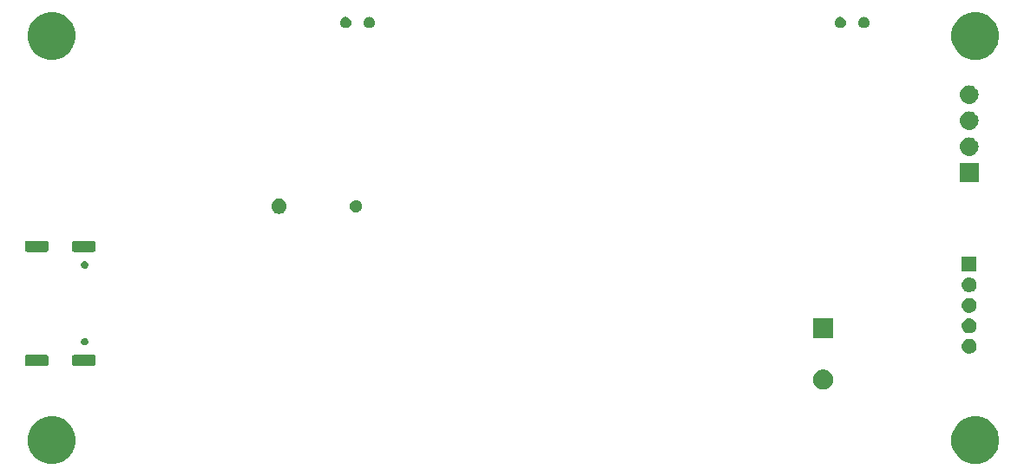
<source format=gbr>
G04 #@! TF.GenerationSoftware,KiCad,Pcbnew,(5.1.4)-1*
G04 #@! TF.CreationDate,2019-12-25T11:40:05+08:00*
G04 #@! TF.ProjectId,matrix_control_main,6d617472-6978-45f6-936f-6e74726f6c5f,rev?*
G04 #@! TF.SameCoordinates,Original*
G04 #@! TF.FileFunction,Soldermask,Bot*
G04 #@! TF.FilePolarity,Negative*
%FSLAX46Y46*%
G04 Gerber Fmt 4.6, Leading zero omitted, Abs format (unit mm)*
G04 Created by KiCad (PCBNEW (5.1.4)-1) date 2019-12-25 11:40:05*
%MOMM*%
%LPD*%
G04 APERTURE LIST*
%ADD10C,0.100000*%
G04 APERTURE END LIST*
D10*
G36*
X175279927Y-119078578D02*
G01*
X175455643Y-119151362D01*
X175704143Y-119254294D01*
X176085926Y-119509394D01*
X176410606Y-119834074D01*
X176665706Y-120215857D01*
X176768638Y-120464357D01*
X176841422Y-120640073D01*
X176931000Y-121090415D01*
X176931000Y-121549585D01*
X176841422Y-121999927D01*
X176768638Y-122175643D01*
X176665706Y-122424143D01*
X176410606Y-122805926D01*
X176085926Y-123130606D01*
X175704143Y-123385706D01*
X175455643Y-123488638D01*
X175279927Y-123561422D01*
X174829585Y-123651000D01*
X174370415Y-123651000D01*
X173920073Y-123561422D01*
X173744357Y-123488638D01*
X173495857Y-123385706D01*
X173114074Y-123130606D01*
X172789394Y-122805926D01*
X172534294Y-122424143D01*
X172431362Y-122175643D01*
X172358578Y-121999927D01*
X172269000Y-121549585D01*
X172269000Y-121090415D01*
X172358578Y-120640073D01*
X172431362Y-120464357D01*
X172534294Y-120215857D01*
X172789394Y-119834074D01*
X173114074Y-119509394D01*
X173495857Y-119254294D01*
X173744357Y-119151362D01*
X173920073Y-119078578D01*
X174370415Y-118989000D01*
X174829585Y-118989000D01*
X175279927Y-119078578D01*
X175279927Y-119078578D01*
G37*
G36*
X85179927Y-119078578D02*
G01*
X85355643Y-119151362D01*
X85604143Y-119254294D01*
X85985926Y-119509394D01*
X86310606Y-119834074D01*
X86565706Y-120215857D01*
X86668638Y-120464357D01*
X86741422Y-120640073D01*
X86831000Y-121090415D01*
X86831000Y-121549585D01*
X86741422Y-121999927D01*
X86668638Y-122175643D01*
X86565706Y-122424143D01*
X86310606Y-122805926D01*
X85985926Y-123130606D01*
X85604143Y-123385706D01*
X85355643Y-123488638D01*
X85179927Y-123561422D01*
X84729585Y-123651000D01*
X84270415Y-123651000D01*
X83820073Y-123561422D01*
X83644357Y-123488638D01*
X83395857Y-123385706D01*
X83014074Y-123130606D01*
X82689394Y-122805926D01*
X82434294Y-122424143D01*
X82331362Y-122175643D01*
X82258578Y-121999927D01*
X82169000Y-121549585D01*
X82169000Y-121090415D01*
X82258578Y-120640073D01*
X82331362Y-120464357D01*
X82434294Y-120215857D01*
X82689394Y-119834074D01*
X83014074Y-119509394D01*
X83395857Y-119254294D01*
X83644357Y-119151362D01*
X83820073Y-119078578D01*
X84270415Y-118989000D01*
X84729585Y-118989000D01*
X85179927Y-119078578D01*
X85179927Y-119078578D01*
G37*
G36*
X160027827Y-114447367D02*
G01*
X160027830Y-114447368D01*
X160027829Y-114447368D01*
X160205449Y-114520940D01*
X160205450Y-114520941D01*
X160365301Y-114627749D01*
X160501251Y-114763699D01*
X160590298Y-114896969D01*
X160608060Y-114923551D01*
X160664965Y-115060933D01*
X160681633Y-115101173D01*
X160719140Y-115289731D01*
X160719140Y-115481989D01*
X160681633Y-115670547D01*
X160681632Y-115670549D01*
X160608060Y-115848169D01*
X160608059Y-115848170D01*
X160501251Y-116008021D01*
X160365301Y-116143971D01*
X160232031Y-116233018D01*
X160205449Y-116250780D01*
X160068067Y-116307685D01*
X160027827Y-116324353D01*
X159839269Y-116361860D01*
X159647011Y-116361860D01*
X159458453Y-116324353D01*
X159418213Y-116307685D01*
X159280831Y-116250780D01*
X159254249Y-116233018D01*
X159120979Y-116143971D01*
X158985029Y-116008021D01*
X158878221Y-115848170D01*
X158878220Y-115848169D01*
X158804648Y-115670549D01*
X158804647Y-115670547D01*
X158767140Y-115481989D01*
X158767140Y-115289731D01*
X158804647Y-115101173D01*
X158821315Y-115060933D01*
X158878220Y-114923551D01*
X158895982Y-114896969D01*
X158985029Y-114763699D01*
X159120979Y-114627749D01*
X159280830Y-114520941D01*
X159280831Y-114520940D01*
X159458451Y-114447368D01*
X159458450Y-114447368D01*
X159458453Y-114447367D01*
X159647011Y-114409860D01*
X159839269Y-114409860D01*
X160027827Y-114447367D01*
X160027827Y-114447367D01*
G37*
G36*
X88599434Y-112978686D02*
G01*
X88639284Y-112990774D01*
X88675999Y-113010399D01*
X88708186Y-113036814D01*
X88734601Y-113069001D01*
X88754226Y-113105716D01*
X88766314Y-113145566D01*
X88771000Y-113193141D01*
X88771000Y-113856859D01*
X88766314Y-113904434D01*
X88754226Y-113944284D01*
X88734601Y-113980999D01*
X88708186Y-114013186D01*
X88675999Y-114039601D01*
X88639284Y-114059226D01*
X88599434Y-114071314D01*
X88551859Y-114076000D01*
X86688141Y-114076000D01*
X86640566Y-114071314D01*
X86600716Y-114059226D01*
X86564001Y-114039601D01*
X86531814Y-114013186D01*
X86505399Y-113980999D01*
X86485774Y-113944284D01*
X86473686Y-113904434D01*
X86469000Y-113856859D01*
X86469000Y-113193141D01*
X86473686Y-113145566D01*
X86485774Y-113105716D01*
X86505399Y-113069001D01*
X86531814Y-113036814D01*
X86564001Y-113010399D01*
X86600716Y-112990774D01*
X86640566Y-112978686D01*
X86688141Y-112974000D01*
X88551859Y-112974000D01*
X88599434Y-112978686D01*
X88599434Y-112978686D01*
G37*
G36*
X83999434Y-112978686D02*
G01*
X84039284Y-112990774D01*
X84075999Y-113010399D01*
X84108186Y-113036814D01*
X84134601Y-113069001D01*
X84154226Y-113105716D01*
X84166314Y-113145566D01*
X84171000Y-113193141D01*
X84171000Y-113856859D01*
X84166314Y-113904434D01*
X84154226Y-113944284D01*
X84134601Y-113980999D01*
X84108186Y-114013186D01*
X84075999Y-114039601D01*
X84039284Y-114059226D01*
X83999434Y-114071314D01*
X83951859Y-114076000D01*
X82088141Y-114076000D01*
X82040566Y-114071314D01*
X82000716Y-114059226D01*
X81964001Y-114039601D01*
X81931814Y-114013186D01*
X81905399Y-113980999D01*
X81885774Y-113944284D01*
X81873686Y-113904434D01*
X81869000Y-113856859D01*
X81869000Y-113193141D01*
X81873686Y-113145566D01*
X81885774Y-113105716D01*
X81905399Y-113069001D01*
X81931814Y-113036814D01*
X81964001Y-113010399D01*
X82000716Y-112990774D01*
X82040566Y-112978686D01*
X82088141Y-112974000D01*
X83951859Y-112974000D01*
X83999434Y-112978686D01*
X83999434Y-112978686D01*
G37*
G36*
X174061213Y-111417502D02*
G01*
X174132321Y-111424505D01*
X174269172Y-111466019D01*
X174269175Y-111466020D01*
X174395294Y-111533432D01*
X174505843Y-111624157D01*
X174596568Y-111734706D01*
X174663980Y-111860825D01*
X174663981Y-111860828D01*
X174705495Y-111997679D01*
X174719512Y-112140000D01*
X174705495Y-112282321D01*
X174663981Y-112419172D01*
X174663980Y-112419175D01*
X174596568Y-112545294D01*
X174505843Y-112655843D01*
X174395294Y-112746568D01*
X174269175Y-112813980D01*
X174269172Y-112813981D01*
X174132321Y-112855495D01*
X174061213Y-112862498D01*
X174025660Y-112866000D01*
X173954340Y-112866000D01*
X173918787Y-112862498D01*
X173847679Y-112855495D01*
X173710828Y-112813981D01*
X173710825Y-112813980D01*
X173584706Y-112746568D01*
X173474157Y-112655843D01*
X173383432Y-112545294D01*
X173316020Y-112419175D01*
X173316019Y-112419172D01*
X173274505Y-112282321D01*
X173260488Y-112140000D01*
X173274505Y-111997679D01*
X173316019Y-111860828D01*
X173316020Y-111860825D01*
X173383432Y-111734706D01*
X173474157Y-111624157D01*
X173584706Y-111533432D01*
X173710825Y-111466020D01*
X173710828Y-111466019D01*
X173847679Y-111424505D01*
X173918787Y-111417502D01*
X173954340Y-111414000D01*
X174025660Y-111414000D01*
X174061213Y-111417502D01*
X174061213Y-111417502D01*
G37*
G36*
X87803617Y-111351011D02*
G01*
X87869318Y-111378226D01*
X87928444Y-111417733D01*
X87978727Y-111468016D01*
X88018234Y-111527142D01*
X88045449Y-111592843D01*
X88059320Y-111662582D01*
X88059320Y-111733698D01*
X88045449Y-111803437D01*
X88018234Y-111869138D01*
X87978727Y-111928264D01*
X87928444Y-111978547D01*
X87869318Y-112018054D01*
X87803617Y-112045269D01*
X87733878Y-112059140D01*
X87662762Y-112059140D01*
X87593023Y-112045269D01*
X87527322Y-112018054D01*
X87468196Y-111978547D01*
X87417913Y-111928264D01*
X87378406Y-111869138D01*
X87351191Y-111803437D01*
X87337320Y-111733698D01*
X87337320Y-111662582D01*
X87351191Y-111592843D01*
X87378406Y-111527142D01*
X87417913Y-111468016D01*
X87468196Y-111417733D01*
X87527322Y-111378226D01*
X87593023Y-111351011D01*
X87662762Y-111337140D01*
X87733878Y-111337140D01*
X87803617Y-111351011D01*
X87803617Y-111351011D01*
G37*
G36*
X160719140Y-111361860D02*
G01*
X158767140Y-111361860D01*
X158767140Y-109409860D01*
X160719140Y-109409860D01*
X160719140Y-111361860D01*
X160719140Y-111361860D01*
G37*
G36*
X174061213Y-109417502D02*
G01*
X174132321Y-109424505D01*
X174269172Y-109466019D01*
X174269175Y-109466020D01*
X174395294Y-109533432D01*
X174505843Y-109624157D01*
X174596568Y-109734706D01*
X174663980Y-109860825D01*
X174663981Y-109860828D01*
X174705495Y-109997679D01*
X174719512Y-110140000D01*
X174705495Y-110282321D01*
X174663981Y-110419172D01*
X174663980Y-110419175D01*
X174596568Y-110545294D01*
X174505843Y-110655843D01*
X174395294Y-110746568D01*
X174269175Y-110813980D01*
X174269172Y-110813981D01*
X174132321Y-110855495D01*
X174061213Y-110862498D01*
X174025660Y-110866000D01*
X173954340Y-110866000D01*
X173918787Y-110862498D01*
X173847679Y-110855495D01*
X173710828Y-110813981D01*
X173710825Y-110813980D01*
X173584706Y-110746568D01*
X173474157Y-110655843D01*
X173383432Y-110545294D01*
X173316020Y-110419175D01*
X173316019Y-110419172D01*
X173274505Y-110282321D01*
X173260488Y-110140000D01*
X173274505Y-109997679D01*
X173316019Y-109860828D01*
X173316020Y-109860825D01*
X173383432Y-109734706D01*
X173474157Y-109624157D01*
X173584706Y-109533432D01*
X173710825Y-109466020D01*
X173710828Y-109466019D01*
X173847679Y-109424505D01*
X173918787Y-109417502D01*
X173954340Y-109414000D01*
X174025660Y-109414000D01*
X174061213Y-109417502D01*
X174061213Y-109417502D01*
G37*
G36*
X174061213Y-107417502D02*
G01*
X174132321Y-107424505D01*
X174269172Y-107466019D01*
X174269175Y-107466020D01*
X174395294Y-107533432D01*
X174505843Y-107624157D01*
X174596568Y-107734706D01*
X174663980Y-107860825D01*
X174663981Y-107860828D01*
X174705495Y-107997679D01*
X174719512Y-108140000D01*
X174705495Y-108282321D01*
X174663981Y-108419172D01*
X174663980Y-108419175D01*
X174596568Y-108545294D01*
X174505843Y-108655843D01*
X174395294Y-108746568D01*
X174269175Y-108813980D01*
X174269172Y-108813981D01*
X174132321Y-108855495D01*
X174061213Y-108862498D01*
X174025660Y-108866000D01*
X173954340Y-108866000D01*
X173918787Y-108862498D01*
X173847679Y-108855495D01*
X173710828Y-108813981D01*
X173710825Y-108813980D01*
X173584706Y-108746568D01*
X173474157Y-108655843D01*
X173383432Y-108545294D01*
X173316020Y-108419175D01*
X173316019Y-108419172D01*
X173274505Y-108282321D01*
X173260488Y-108140000D01*
X173274505Y-107997679D01*
X173316019Y-107860828D01*
X173316020Y-107860825D01*
X173383432Y-107734706D01*
X173474157Y-107624157D01*
X173584706Y-107533432D01*
X173710825Y-107466020D01*
X173710828Y-107466019D01*
X173847679Y-107424505D01*
X173918787Y-107417502D01*
X173954340Y-107414000D01*
X174025660Y-107414000D01*
X174061213Y-107417502D01*
X174061213Y-107417502D01*
G37*
G36*
X174061213Y-105417502D02*
G01*
X174132321Y-105424505D01*
X174269172Y-105466019D01*
X174269175Y-105466020D01*
X174395294Y-105533432D01*
X174505843Y-105624157D01*
X174596568Y-105734706D01*
X174663980Y-105860825D01*
X174663981Y-105860828D01*
X174705495Y-105997679D01*
X174719512Y-106140000D01*
X174705495Y-106282321D01*
X174663981Y-106419172D01*
X174663980Y-106419175D01*
X174596568Y-106545294D01*
X174505843Y-106655843D01*
X174395294Y-106746568D01*
X174269175Y-106813980D01*
X174269172Y-106813981D01*
X174132321Y-106855495D01*
X174061213Y-106862498D01*
X174025660Y-106866000D01*
X173954340Y-106866000D01*
X173918787Y-106862498D01*
X173847679Y-106855495D01*
X173710828Y-106813981D01*
X173710825Y-106813980D01*
X173584706Y-106746568D01*
X173474157Y-106655843D01*
X173383432Y-106545294D01*
X173316020Y-106419175D01*
X173316019Y-106419172D01*
X173274505Y-106282321D01*
X173260488Y-106140000D01*
X173274505Y-105997679D01*
X173316019Y-105860828D01*
X173316020Y-105860825D01*
X173383432Y-105734706D01*
X173474157Y-105624157D01*
X173584706Y-105533432D01*
X173710825Y-105466020D01*
X173710828Y-105466019D01*
X173847679Y-105424505D01*
X173918787Y-105417502D01*
X173954340Y-105414000D01*
X174025660Y-105414000D01*
X174061213Y-105417502D01*
X174061213Y-105417502D01*
G37*
G36*
X174716000Y-104866000D02*
G01*
X173264000Y-104866000D01*
X173264000Y-103414000D01*
X174716000Y-103414000D01*
X174716000Y-104866000D01*
X174716000Y-104866000D01*
G37*
G36*
X87803617Y-103841011D02*
G01*
X87869318Y-103868226D01*
X87928444Y-103907733D01*
X87978727Y-103958016D01*
X88018234Y-104017142D01*
X88045449Y-104082843D01*
X88059320Y-104152582D01*
X88059320Y-104223698D01*
X88045449Y-104293437D01*
X88018234Y-104359138D01*
X87978727Y-104418264D01*
X87928444Y-104468547D01*
X87869318Y-104508054D01*
X87803617Y-104535269D01*
X87733878Y-104549140D01*
X87662762Y-104549140D01*
X87593023Y-104535269D01*
X87527322Y-104508054D01*
X87468196Y-104468547D01*
X87417913Y-104418264D01*
X87378406Y-104359138D01*
X87351191Y-104293437D01*
X87337320Y-104223698D01*
X87337320Y-104152582D01*
X87351191Y-104082843D01*
X87378406Y-104017142D01*
X87417913Y-103958016D01*
X87468196Y-103907733D01*
X87527322Y-103868226D01*
X87593023Y-103841011D01*
X87662762Y-103827140D01*
X87733878Y-103827140D01*
X87803617Y-103841011D01*
X87803617Y-103841011D01*
G37*
G36*
X88599434Y-101828686D02*
G01*
X88639284Y-101840774D01*
X88675999Y-101860399D01*
X88708186Y-101886814D01*
X88734601Y-101919001D01*
X88754226Y-101955716D01*
X88766314Y-101995566D01*
X88771000Y-102043141D01*
X88771000Y-102706859D01*
X88766314Y-102754434D01*
X88754226Y-102794284D01*
X88734601Y-102830999D01*
X88708186Y-102863186D01*
X88675999Y-102889601D01*
X88639284Y-102909226D01*
X88599434Y-102921314D01*
X88551859Y-102926000D01*
X86688141Y-102926000D01*
X86640566Y-102921314D01*
X86600716Y-102909226D01*
X86564001Y-102889601D01*
X86531814Y-102863186D01*
X86505399Y-102830999D01*
X86485774Y-102794284D01*
X86473686Y-102754434D01*
X86469000Y-102706859D01*
X86469000Y-102043141D01*
X86473686Y-101995566D01*
X86485774Y-101955716D01*
X86505399Y-101919001D01*
X86531814Y-101886814D01*
X86564001Y-101860399D01*
X86600716Y-101840774D01*
X86640566Y-101828686D01*
X86688141Y-101824000D01*
X88551859Y-101824000D01*
X88599434Y-101828686D01*
X88599434Y-101828686D01*
G37*
G36*
X83999434Y-101828686D02*
G01*
X84039284Y-101840774D01*
X84075999Y-101860399D01*
X84108186Y-101886814D01*
X84134601Y-101919001D01*
X84154226Y-101955716D01*
X84166314Y-101995566D01*
X84171000Y-102043141D01*
X84171000Y-102706859D01*
X84166314Y-102754434D01*
X84154226Y-102794284D01*
X84134601Y-102830999D01*
X84108186Y-102863186D01*
X84075999Y-102889601D01*
X84039284Y-102909226D01*
X83999434Y-102921314D01*
X83951859Y-102926000D01*
X82088141Y-102926000D01*
X82040566Y-102921314D01*
X82000716Y-102909226D01*
X81964001Y-102889601D01*
X81931814Y-102863186D01*
X81905399Y-102830999D01*
X81885774Y-102794284D01*
X81873686Y-102754434D01*
X81869000Y-102706859D01*
X81869000Y-102043141D01*
X81873686Y-101995566D01*
X81885774Y-101955716D01*
X81905399Y-101919001D01*
X81931814Y-101886814D01*
X81964001Y-101860399D01*
X82000716Y-101840774D01*
X82040566Y-101828686D01*
X82088141Y-101824000D01*
X83951859Y-101824000D01*
X83999434Y-101828686D01*
X83999434Y-101828686D01*
G37*
G36*
X106877779Y-97740960D02*
G01*
X107014452Y-97797572D01*
X107137455Y-97879760D01*
X107242060Y-97984365D01*
X107324248Y-98107368D01*
X107380860Y-98244041D01*
X107409720Y-98389133D01*
X107409720Y-98537067D01*
X107380860Y-98682159D01*
X107324248Y-98818832D01*
X107242060Y-98941835D01*
X107137455Y-99046440D01*
X107014452Y-99128628D01*
X107014451Y-99128629D01*
X107014450Y-99128629D01*
X106877779Y-99185240D01*
X106732688Y-99214100D01*
X106584752Y-99214100D01*
X106439661Y-99185240D01*
X106302990Y-99128629D01*
X106302989Y-99128629D01*
X106302988Y-99128628D01*
X106179985Y-99046440D01*
X106075380Y-98941835D01*
X105993192Y-98818832D01*
X105936580Y-98682159D01*
X105907720Y-98537067D01*
X105907720Y-98389133D01*
X105936580Y-98244041D01*
X105993192Y-98107368D01*
X106075380Y-97984365D01*
X106179985Y-97879760D01*
X106302988Y-97797572D01*
X106439661Y-97740960D01*
X106584752Y-97712100D01*
X106732688Y-97712100D01*
X106877779Y-97740960D01*
X106877779Y-97740960D01*
G37*
G36*
X114295321Y-97877497D02*
G01*
X114334025Y-97885196D01*
X114366060Y-97898465D01*
X114443400Y-97930500D01*
X114541835Y-97996273D01*
X114625547Y-98079985D01*
X114691320Y-98178420D01*
X114736624Y-98287796D01*
X114759720Y-98403905D01*
X114759720Y-98522295D01*
X114736624Y-98638404D01*
X114691320Y-98747780D01*
X114625547Y-98846215D01*
X114541835Y-98929927D01*
X114443400Y-98995700D01*
X114366060Y-99027735D01*
X114334025Y-99041004D01*
X114306696Y-99046440D01*
X114217915Y-99064100D01*
X114099525Y-99064100D01*
X114010744Y-99046440D01*
X113983415Y-99041004D01*
X113951380Y-99027735D01*
X113874040Y-98995700D01*
X113775605Y-98929927D01*
X113691893Y-98846215D01*
X113626120Y-98747780D01*
X113580816Y-98638404D01*
X113557720Y-98522295D01*
X113557720Y-98403905D01*
X113580816Y-98287796D01*
X113626120Y-98178420D01*
X113691893Y-98079985D01*
X113775605Y-97996273D01*
X113874040Y-97930500D01*
X113951380Y-97898465D01*
X113983415Y-97885196D01*
X114022119Y-97877497D01*
X114099525Y-97862100D01*
X114217915Y-97862100D01*
X114295321Y-97877497D01*
X114295321Y-97877497D01*
G37*
G36*
X174903700Y-96082420D02*
G01*
X173101700Y-96082420D01*
X173101700Y-94280420D01*
X174903700Y-94280420D01*
X174903700Y-96082420D01*
X174903700Y-96082420D01*
G37*
G36*
X174113142Y-91746938D02*
G01*
X174179327Y-91753457D01*
X174349166Y-91804977D01*
X174505691Y-91888642D01*
X174541429Y-91917972D01*
X174642886Y-92001234D01*
X174726148Y-92102691D01*
X174755478Y-92138429D01*
X174839143Y-92294954D01*
X174890663Y-92464793D01*
X174908059Y-92641420D01*
X174890663Y-92818047D01*
X174839143Y-92987886D01*
X174755478Y-93144411D01*
X174726148Y-93180149D01*
X174642886Y-93281606D01*
X174541429Y-93364868D01*
X174505691Y-93394198D01*
X174349166Y-93477863D01*
X174179327Y-93529383D01*
X174113143Y-93535901D01*
X174046960Y-93542420D01*
X173958440Y-93542420D01*
X173892257Y-93535901D01*
X173826073Y-93529383D01*
X173656234Y-93477863D01*
X173499709Y-93394198D01*
X173463971Y-93364868D01*
X173362514Y-93281606D01*
X173279252Y-93180149D01*
X173249922Y-93144411D01*
X173166257Y-92987886D01*
X173114737Y-92818047D01*
X173097341Y-92641420D01*
X173114737Y-92464793D01*
X173166257Y-92294954D01*
X173249922Y-92138429D01*
X173279252Y-92102691D01*
X173362514Y-92001234D01*
X173463971Y-91917972D01*
X173499709Y-91888642D01*
X173656234Y-91804977D01*
X173826073Y-91753457D01*
X173892257Y-91746939D01*
X173958440Y-91740420D01*
X174046960Y-91740420D01*
X174113142Y-91746938D01*
X174113142Y-91746938D01*
G37*
G36*
X174113143Y-89206939D02*
G01*
X174179327Y-89213457D01*
X174349166Y-89264977D01*
X174505691Y-89348642D01*
X174541429Y-89377972D01*
X174642886Y-89461234D01*
X174726148Y-89562691D01*
X174755478Y-89598429D01*
X174839143Y-89754954D01*
X174890663Y-89924793D01*
X174908059Y-90101420D01*
X174890663Y-90278047D01*
X174839143Y-90447886D01*
X174755478Y-90604411D01*
X174726148Y-90640149D01*
X174642886Y-90741606D01*
X174541429Y-90824868D01*
X174505691Y-90854198D01*
X174349166Y-90937863D01*
X174179327Y-90989383D01*
X174113143Y-90995901D01*
X174046960Y-91002420D01*
X173958440Y-91002420D01*
X173892257Y-90995901D01*
X173826073Y-90989383D01*
X173656234Y-90937863D01*
X173499709Y-90854198D01*
X173463971Y-90824868D01*
X173362514Y-90741606D01*
X173279252Y-90640149D01*
X173249922Y-90604411D01*
X173166257Y-90447886D01*
X173114737Y-90278047D01*
X173097341Y-90101420D01*
X173114737Y-89924793D01*
X173166257Y-89754954D01*
X173249922Y-89598429D01*
X173279252Y-89562691D01*
X173362514Y-89461234D01*
X173463971Y-89377972D01*
X173499709Y-89348642D01*
X173656234Y-89264977D01*
X173826073Y-89213457D01*
X173892258Y-89206938D01*
X173958440Y-89200420D01*
X174046960Y-89200420D01*
X174113143Y-89206939D01*
X174113143Y-89206939D01*
G37*
G36*
X174113142Y-86666938D02*
G01*
X174179327Y-86673457D01*
X174349166Y-86724977D01*
X174505691Y-86808642D01*
X174541429Y-86837972D01*
X174642886Y-86921234D01*
X174726148Y-87022691D01*
X174755478Y-87058429D01*
X174839143Y-87214954D01*
X174890663Y-87384793D01*
X174908059Y-87561420D01*
X174890663Y-87738047D01*
X174839143Y-87907886D01*
X174755478Y-88064411D01*
X174726148Y-88100149D01*
X174642886Y-88201606D01*
X174541429Y-88284868D01*
X174505691Y-88314198D01*
X174349166Y-88397863D01*
X174179327Y-88449383D01*
X174113142Y-88455902D01*
X174046960Y-88462420D01*
X173958440Y-88462420D01*
X173892258Y-88455902D01*
X173826073Y-88449383D01*
X173656234Y-88397863D01*
X173499709Y-88314198D01*
X173463971Y-88284868D01*
X173362514Y-88201606D01*
X173279252Y-88100149D01*
X173249922Y-88064411D01*
X173166257Y-87907886D01*
X173114737Y-87738047D01*
X173097341Y-87561420D01*
X173114737Y-87384793D01*
X173166257Y-87214954D01*
X173249922Y-87058429D01*
X173279252Y-87022691D01*
X173362514Y-86921234D01*
X173463971Y-86837972D01*
X173499709Y-86808642D01*
X173656234Y-86724977D01*
X173826073Y-86673457D01*
X173892258Y-86666938D01*
X173958440Y-86660420D01*
X174046960Y-86660420D01*
X174113142Y-86666938D01*
X174113142Y-86666938D01*
G37*
G36*
X85179927Y-79578578D02*
G01*
X85355643Y-79651362D01*
X85604143Y-79754294D01*
X85985926Y-80009394D01*
X86310606Y-80334074D01*
X86565706Y-80715857D01*
X86658462Y-80939790D01*
X86741422Y-81140073D01*
X86831000Y-81590415D01*
X86831000Y-82049585D01*
X86741422Y-82499927D01*
X86668638Y-82675643D01*
X86565706Y-82924143D01*
X86310606Y-83305926D01*
X85985926Y-83630606D01*
X85604143Y-83885706D01*
X85355643Y-83988638D01*
X85179927Y-84061422D01*
X84729585Y-84151000D01*
X84270415Y-84151000D01*
X83820073Y-84061422D01*
X83644357Y-83988638D01*
X83395857Y-83885706D01*
X83014074Y-83630606D01*
X82689394Y-83305926D01*
X82434294Y-82924143D01*
X82331362Y-82675643D01*
X82258578Y-82499927D01*
X82169000Y-82049585D01*
X82169000Y-81590415D01*
X82258578Y-81140073D01*
X82341538Y-80939790D01*
X82434294Y-80715857D01*
X82689394Y-80334074D01*
X83014074Y-80009394D01*
X83395857Y-79754294D01*
X83644357Y-79651362D01*
X83820073Y-79578578D01*
X84270415Y-79489000D01*
X84729585Y-79489000D01*
X85179927Y-79578578D01*
X85179927Y-79578578D01*
G37*
G36*
X175279927Y-79578578D02*
G01*
X175455643Y-79651362D01*
X175704143Y-79754294D01*
X176085926Y-80009394D01*
X176410606Y-80334074D01*
X176665706Y-80715857D01*
X176758462Y-80939790D01*
X176841422Y-81140073D01*
X176931000Y-81590415D01*
X176931000Y-82049585D01*
X176841422Y-82499927D01*
X176768638Y-82675643D01*
X176665706Y-82924143D01*
X176410606Y-83305926D01*
X176085926Y-83630606D01*
X175704143Y-83885706D01*
X175455643Y-83988638D01*
X175279927Y-84061422D01*
X174829585Y-84151000D01*
X174370415Y-84151000D01*
X173920073Y-84061422D01*
X173744357Y-83988638D01*
X173495857Y-83885706D01*
X173114074Y-83630606D01*
X172789394Y-83305926D01*
X172534294Y-82924143D01*
X172431362Y-82675643D01*
X172358578Y-82499927D01*
X172269000Y-82049585D01*
X172269000Y-81590415D01*
X172358578Y-81140073D01*
X172441538Y-80939790D01*
X172534294Y-80715857D01*
X172789394Y-80334074D01*
X173114074Y-80009394D01*
X173495857Y-79754294D01*
X173744357Y-79651362D01*
X173920073Y-79578578D01*
X174370415Y-79489000D01*
X174829585Y-79489000D01*
X175279927Y-79578578D01*
X175279927Y-79578578D01*
G37*
G36*
X163883431Y-79981974D02*
G01*
X163983705Y-80023509D01*
X163983706Y-80023510D01*
X164073952Y-80083810D01*
X164150700Y-80160558D01*
X164150701Y-80160560D01*
X164211001Y-80250805D01*
X164252536Y-80351079D01*
X164273710Y-80457530D01*
X164273710Y-80566070D01*
X164252536Y-80672521D01*
X164211001Y-80772795D01*
X164181055Y-80817612D01*
X164150700Y-80863042D01*
X164073952Y-80939790D01*
X164028522Y-80970145D01*
X163983705Y-81000091D01*
X163883431Y-81041626D01*
X163776980Y-81062800D01*
X163668440Y-81062800D01*
X163561989Y-81041626D01*
X163461715Y-81000091D01*
X163416898Y-80970145D01*
X163371468Y-80939790D01*
X163294720Y-80863042D01*
X163264365Y-80817612D01*
X163234419Y-80772795D01*
X163192884Y-80672521D01*
X163171710Y-80566070D01*
X163171710Y-80457530D01*
X163192884Y-80351079D01*
X163234419Y-80250805D01*
X163294719Y-80160560D01*
X163294720Y-80160558D01*
X163371468Y-80083810D01*
X163461714Y-80023510D01*
X163461715Y-80023509D01*
X163561989Y-79981974D01*
X163668440Y-79960800D01*
X163776980Y-79960800D01*
X163883431Y-79981974D01*
X163883431Y-79981974D01*
G37*
G36*
X161583411Y-79981974D02*
G01*
X161683685Y-80023509D01*
X161683686Y-80023510D01*
X161773932Y-80083810D01*
X161850680Y-80160558D01*
X161850681Y-80160560D01*
X161910981Y-80250805D01*
X161952516Y-80351079D01*
X161973690Y-80457530D01*
X161973690Y-80566070D01*
X161952516Y-80672521D01*
X161910981Y-80772795D01*
X161881035Y-80817612D01*
X161850680Y-80863042D01*
X161773932Y-80939790D01*
X161728502Y-80970145D01*
X161683685Y-81000091D01*
X161583411Y-81041626D01*
X161476960Y-81062800D01*
X161368420Y-81062800D01*
X161261969Y-81041626D01*
X161161695Y-81000091D01*
X161116878Y-80970145D01*
X161071448Y-80939790D01*
X160994700Y-80863042D01*
X160964345Y-80817612D01*
X160934399Y-80772795D01*
X160892864Y-80672521D01*
X160871690Y-80566070D01*
X160871690Y-80457530D01*
X160892864Y-80351079D01*
X160934399Y-80250805D01*
X160994699Y-80160560D01*
X160994700Y-80160558D01*
X161071448Y-80083810D01*
X161161694Y-80023510D01*
X161161695Y-80023509D01*
X161261969Y-79981974D01*
X161368420Y-79960800D01*
X161476960Y-79960800D01*
X161583411Y-79981974D01*
X161583411Y-79981974D01*
G37*
G36*
X113323411Y-79981974D02*
G01*
X113423685Y-80023509D01*
X113423686Y-80023510D01*
X113513932Y-80083810D01*
X113590680Y-80160558D01*
X113590681Y-80160560D01*
X113650981Y-80250805D01*
X113692516Y-80351079D01*
X113713690Y-80457530D01*
X113713690Y-80566070D01*
X113692516Y-80672521D01*
X113650981Y-80772795D01*
X113621035Y-80817612D01*
X113590680Y-80863042D01*
X113513932Y-80939790D01*
X113468502Y-80970145D01*
X113423685Y-81000091D01*
X113323411Y-81041626D01*
X113216960Y-81062800D01*
X113108420Y-81062800D01*
X113001969Y-81041626D01*
X112901695Y-81000091D01*
X112856878Y-80970145D01*
X112811448Y-80939790D01*
X112734700Y-80863042D01*
X112704345Y-80817612D01*
X112674399Y-80772795D01*
X112632864Y-80672521D01*
X112611690Y-80566070D01*
X112611690Y-80457530D01*
X112632864Y-80351079D01*
X112674399Y-80250805D01*
X112734699Y-80160560D01*
X112734700Y-80160558D01*
X112811448Y-80083810D01*
X112901694Y-80023510D01*
X112901695Y-80023509D01*
X113001969Y-79981974D01*
X113108420Y-79960800D01*
X113216960Y-79960800D01*
X113323411Y-79981974D01*
X113323411Y-79981974D01*
G37*
G36*
X115623431Y-79981974D02*
G01*
X115723705Y-80023509D01*
X115723706Y-80023510D01*
X115813952Y-80083810D01*
X115890700Y-80160558D01*
X115890701Y-80160560D01*
X115951001Y-80250805D01*
X115992536Y-80351079D01*
X116013710Y-80457530D01*
X116013710Y-80566070D01*
X115992536Y-80672521D01*
X115951001Y-80772795D01*
X115921055Y-80817612D01*
X115890700Y-80863042D01*
X115813952Y-80939790D01*
X115768522Y-80970145D01*
X115723705Y-81000091D01*
X115623431Y-81041626D01*
X115516980Y-81062800D01*
X115408440Y-81062800D01*
X115301989Y-81041626D01*
X115201715Y-81000091D01*
X115156898Y-80970145D01*
X115111468Y-80939790D01*
X115034720Y-80863042D01*
X115004365Y-80817612D01*
X114974419Y-80772795D01*
X114932884Y-80672521D01*
X114911710Y-80566070D01*
X114911710Y-80457530D01*
X114932884Y-80351079D01*
X114974419Y-80250805D01*
X115034719Y-80160560D01*
X115034720Y-80160558D01*
X115111468Y-80083810D01*
X115201714Y-80023510D01*
X115201715Y-80023509D01*
X115301989Y-79981974D01*
X115408440Y-79960800D01*
X115516980Y-79960800D01*
X115623431Y-79981974D01*
X115623431Y-79981974D01*
G37*
M02*

</source>
